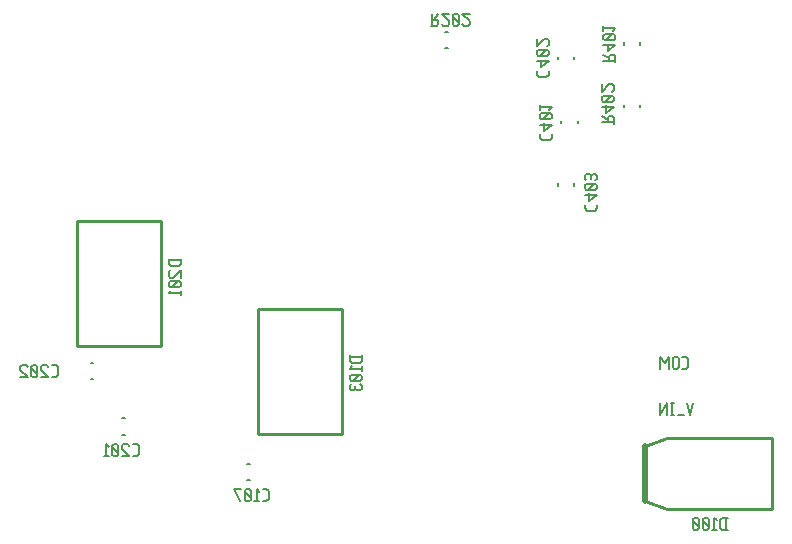
<source format=gbr>
G04 start of page 11 for group -4078 idx -4078 *
G04 Title: RspPiPS, bottomsilk *
G04 Creator: pcb 4.2.0 *
G04 CreationDate: Sun Jan 23 00:25:27 2022 UTC *
G04 For: debian *
G04 Format: Gerber/RS-274X *
G04 PCB-Dimensions (mil): 10000.00 10000.00 *
G04 PCB-Coordinate-Origin: lower left *
%MOIN*%
%FSLAX25Y25*%
%LNBOTTOMSILK*%
%ADD109C,0.0100*%
%ADD108C,0.0200*%
%ADD107C,0.0080*%
G54D107*X423100Y633400D02*X424400D01*
X425100Y634100D02*X424400Y633400D01*
X425100Y634100D02*Y636700D01*
X424400Y637400D01*
X423100D02*X424400D01*
X421900Y633900D02*Y636900D01*
X421400Y637400D01*
X420400D02*X421400D01*
X420400D02*X419900Y636900D01*
Y633900D02*Y636900D01*
X420400Y633400D02*X419900Y633900D01*
X420400Y633400D02*X421400D01*
X421900Y633900D02*X421400Y633400D01*
X418700D02*Y637400D01*
X417200Y635400D01*
X415700Y637400D01*
Y633400D02*Y637400D01*
X426700Y622000D02*X425700Y618000D01*
X424700Y622000D01*
X421500Y618000D02*X423500D01*
X419300Y622000D02*X420300D01*
X419800Y618000D02*Y622000D01*
X419300Y618000D02*X420300D01*
X418100D02*Y622000D01*
X415600Y618000D01*
Y622000D01*
X344064Y740245D02*X344850D01*
X344064Y745755D02*X344850D01*
G54D108*X410636Y589166D02*Y607566D01*
G54D109*X417836Y610166D01*
X453036D01*
Y586566D02*Y610166D01*
X417836Y586566D02*X453036D01*
X417836D02*X410636Y589166D01*
G54D107*X278107Y601755D02*X278893D01*
X278107Y596245D02*X278893D01*
X225827Y629799D02*X226613D01*
X225827Y635309D02*X226613D01*
X236387Y616802D02*X237173D01*
X236387Y611292D02*X237173D01*
G54D109*X249433Y682681D02*Y641081D01*
X221433D01*
Y682681D01*
X249433D01*
X309669Y653277D02*Y611677D01*
X281669D01*
Y653277D01*
X309669D01*
G54D107*X386993Y737263D02*Y736477D01*
X381483Y737263D02*Y736477D01*
X388174Y716003D02*Y715217D01*
X382664Y716003D02*Y715217D01*
X409054Y742125D02*Y741339D01*
X403544Y742125D02*Y741339D01*
X386993Y695137D02*Y694351D01*
X381483Y695137D02*Y694351D01*
X409054Y721259D02*Y720473D01*
X403544Y721259D02*Y720473D01*
X374488Y731420D02*Y732720D01*
X375188Y730720D02*X374488Y731420D01*
X375188Y730720D02*X377788D01*
X378488Y731420D01*
Y732720D01*
X375988Y733920D02*X378488Y735920D01*
X375988Y733920D02*Y736420D01*
X374488Y735920D02*X378488D01*
X374988Y737620D02*X374488Y738120D01*
X374988Y737620D02*X377988D01*
X378488Y738120D01*
Y739120D01*
X377988Y739620D01*
X374988D02*X377988D01*
X374488Y739120D02*X374988Y739620D01*
X374488Y738120D02*Y739120D01*
X375488Y737620D02*X377488Y739620D01*
X377988Y740820D02*X378488Y741320D01*
Y742820D01*
X377988Y743320D01*
X376988D02*X377988D01*
X374488Y740820D02*X376988Y743320D01*
X374488Y740820D02*Y743320D01*
X375569Y710260D02*Y711560D01*
X376269Y709560D02*X375569Y710260D01*
X376269Y709560D02*X378869D01*
X379569Y710260D01*
Y711560D01*
X377069Y712760D02*X379569Y714760D01*
X377069Y712760D02*Y715260D01*
X375569Y714760D02*X379569D01*
X376069Y716460D02*X375569Y716960D01*
X376069Y716460D02*X379069D01*
X379569Y716960D01*
Y717960D01*
X379069Y718460D01*
X376069D02*X379069D01*
X375569Y717960D02*X376069Y718460D01*
X375569Y716960D02*Y717960D01*
X376569Y716460D02*X378569Y718460D01*
X378769Y719660D02*X379569Y720460D01*
X375569D02*X379569D01*
X375569Y719660D02*Y721160D01*
X400649Y735482D02*Y737482D01*
X400149Y737982D01*
X399149D02*X400149D01*
X398649Y737482D02*X399149Y737982D01*
X398649Y735982D02*Y737482D01*
X396649Y735982D02*X400649D01*
X398649Y736782D02*X396649Y737982D01*
X398149Y739182D02*X400649Y741182D01*
X398149Y739182D02*Y741682D01*
X396649Y741182D02*X400649D01*
X397149Y742882D02*X396649Y743382D01*
X397149Y742882D02*X400149D01*
X400649Y743382D01*
Y744382D01*
X400149Y744882D01*
X397149D02*X400149D01*
X396649Y744382D02*X397149Y744882D01*
X396649Y743382D02*Y744382D01*
X397649Y742882D02*X399649Y744882D01*
X399849Y746082D02*X400649Y746882D01*
X396649D02*X400649D01*
X396649Y746082D02*Y747582D01*
X400249Y715016D02*Y717016D01*
X399749Y717516D01*
X398749D02*X399749D01*
X398249Y717016D02*X398749Y717516D01*
X398249Y715516D02*Y717016D01*
X396249Y715516D02*X400249D01*
X398249Y716316D02*X396249Y717516D01*
X397749Y718716D02*X400249Y720716D01*
X397749Y718716D02*Y721216D01*
X396249Y720716D02*X400249D01*
X396749Y722416D02*X396249Y722916D01*
X396749Y722416D02*X399749D01*
X400249Y722916D01*
Y723916D01*
X399749Y724416D01*
X396749D02*X399749D01*
X396249Y723916D02*X396749Y724416D01*
X396249Y722916D02*Y723916D01*
X397249Y722416D02*X399249Y724416D01*
X399749Y725616D02*X400249Y726116D01*
Y727616D01*
X399749Y728116D01*
X398749D02*X399749D01*
X396249Y725616D02*X398749Y728116D01*
X396249Y725616D02*Y728116D01*
X390588Y686794D02*Y688094D01*
X391288Y686094D02*X390588Y686794D01*
X391288Y686094D02*X393888D01*
X394588Y686794D01*
Y688094D01*
X392088Y689294D02*X394588Y691294D01*
X392088Y689294D02*Y691794D01*
X390588Y691294D02*X394588D01*
X391088Y692994D02*X390588Y693494D01*
X391088Y692994D02*X394088D01*
X394588Y693494D01*
Y694494D01*
X394088Y694994D01*
X391088D02*X394088D01*
X390588Y694494D02*X391088Y694994D01*
X390588Y693494D02*Y694494D01*
X391588Y692994D02*X393588Y694994D01*
X394088Y696194D02*X394588Y696694D01*
Y697694D01*
X394088Y698194D01*
X390588Y697694D02*X391088Y698194D01*
X390588Y696694D02*Y697694D01*
X391088Y696194D02*X390588Y696694D01*
X392788D02*Y697694D01*
X393288Y698194D02*X394088D01*
X391088D02*X392288D01*
X392788Y697694D01*
X393288Y698194D02*X392788Y697694D01*
X437736Y579666D02*Y583666D01*
X436436D02*X435736Y582966D01*
Y580366D02*Y582966D01*
X436436Y579666D02*X435736Y580366D01*
X436436Y579666D02*X438236D01*
X436436Y583666D02*X438236D01*
X434536Y582866D02*X433736Y583666D01*
Y579666D02*Y583666D01*
X433036Y579666D02*X434536D01*
X431836Y580166D02*X431336Y579666D01*
X431836Y580166D02*Y583166D01*
X431336Y583666D01*
X430336D02*X431336D01*
X430336D02*X429836Y583166D01*
Y580166D02*Y583166D01*
X430336Y579666D02*X429836Y580166D01*
X430336Y579666D02*X431336D01*
X431836Y580666D02*X429836Y582666D01*
X428636Y580166D02*X428136Y579666D01*
X428636Y580166D02*Y583166D01*
X428136Y583666D01*
X427136D02*X428136D01*
X427136D02*X426636Y583166D01*
Y580166D02*Y583166D01*
X427136Y579666D02*X426636Y580166D01*
X427136Y579666D02*X428136D01*
X428636Y580666D02*X426636Y582666D01*
X212930Y630596D02*X214230D01*
X214930Y631296D02*X214230Y630596D01*
X214930Y631296D02*Y633896D01*
X214230Y634596D01*
X212930D02*X214230D01*
X211730Y634096D02*X211230Y634596D01*
X209730D02*X211230D01*
X209730D02*X209230Y634096D01*
Y633096D02*Y634096D01*
X211730Y630596D02*X209230Y633096D01*
Y630596D02*X211730D01*
X208030Y631096D02*X207530Y630596D01*
X208030Y631096D02*Y634096D01*
X207530Y634596D01*
X206530D02*X207530D01*
X206530D02*X206030Y634096D01*
Y631096D02*Y634096D01*
X206530Y630596D02*X206030Y631096D01*
X206530Y630596D02*X207530D01*
X208030Y631596D02*X206030Y633596D01*
X204830Y634096D02*X204330Y634596D01*
X202830D02*X204330D01*
X202830D02*X202330Y634096D01*
Y633096D02*Y634096D01*
X204830Y630596D02*X202330Y633096D01*
Y630596D02*X204830D01*
X239930Y604197D02*X241230D01*
X241930Y604897D02*X241230Y604197D01*
X241930Y604897D02*Y607497D01*
X241230Y608197D01*
X239930D02*X241230D01*
X238730Y607697D02*X238230Y608197D01*
X236730D02*X238230D01*
X236730D02*X236230Y607697D01*
Y606697D02*Y607697D01*
X238730Y604197D02*X236230Y606697D01*
Y604197D02*X238730D01*
X235030Y604697D02*X234530Y604197D01*
X235030Y604697D02*Y607697D01*
X234530Y608197D01*
X233530D02*X234530D01*
X233530D02*X233030Y607697D01*
Y604697D02*Y607697D01*
X233530Y604197D02*X233030Y604697D01*
X233530Y604197D02*X234530D01*
X235030Y605197D02*X233030Y607197D01*
X231830Y607397D02*X231030Y608197D01*
Y604197D02*Y608197D01*
X230330Y604197D02*X231830D01*
X283150Y589150D02*X284450D01*
X285150Y589850D02*X284450Y589150D01*
X285150Y589850D02*Y592450D01*
X284450Y593150D01*
X283150D02*X284450D01*
X281950Y592350D02*X281150Y593150D01*
Y589150D02*Y593150D01*
X280450Y589150D02*X281950D01*
X279250Y589650D02*X278750Y589150D01*
X279250Y589650D02*Y592650D01*
X278750Y593150D01*
X277750D02*X278750D01*
X277750D02*X277250Y592650D01*
Y589650D02*Y592650D01*
X277750Y589150D02*X277250Y589650D01*
X277750Y589150D02*X278750D01*
X279250Y590150D02*X277250Y592150D01*
X275550Y589150D02*X273550Y593150D01*
X276050D01*
X312227Y637331D02*X316227D01*
X312227Y636031D02*X312927Y635331D01*
X315527D01*
X316227Y636031D02*X315527Y635331D01*
X316227Y636031D02*Y637831D01*
X312227Y636031D02*Y637831D01*
X313027Y634131D02*X312227Y633331D01*
X316227D01*
Y632631D02*Y634131D01*
X315727Y631431D02*X316227Y630931D01*
X312727Y631431D02*X315727D01*
X312727D02*X312227Y630931D01*
Y629931D02*Y630931D01*
Y629931D02*X312727Y629431D01*
X315727D01*
X316227Y629931D02*X315727Y629431D01*
X316227Y629931D02*Y630931D01*
X315227Y631431D02*X313227Y629431D01*
X312727Y628231D02*X312227Y627731D01*
Y626731D02*Y627731D01*
Y626731D02*X312727Y626231D01*
X316227Y626731D02*X315727Y626231D01*
X316227Y626731D02*Y627731D01*
X315727Y628231D02*X316227Y627731D01*
X314027Y626731D02*Y627731D01*
X312727Y626231D02*X313527D01*
X314527D02*X315727D01*
X314527D02*X314027Y626731D01*
X313527Y626231D02*X314027Y626731D01*
X251931Y669467D02*X255931D01*
X251931Y668167D02*X252631Y667467D01*
X255231D01*
X255931Y668167D02*X255231Y667467D01*
X255931Y668167D02*Y669967D01*
X251931Y668167D02*Y669967D01*
X252431Y666267D02*X251931Y665767D01*
Y664267D02*Y665767D01*
Y664267D02*X252431Y663767D01*
X253431D01*
X255931Y666267D02*X253431Y663767D01*
X255931D02*Y666267D01*
X255431Y662567D02*X255931Y662067D01*
X252431Y662567D02*X255431D01*
X252431D02*X251931Y662067D01*
Y661067D02*Y662067D01*
Y661067D02*X252431Y660567D01*
X255431D01*
X255931Y661067D02*X255431Y660567D01*
X255931Y661067D02*Y662067D01*
X254931Y662567D02*X252931Y660567D01*
X252731Y659367D02*X251931Y658567D01*
X255931D01*
Y657867D02*Y659367D01*
X339150Y747750D02*X341150D01*
X341650Y748250D01*
Y749250D01*
X341150Y749750D02*X341650Y749250D01*
X339650Y749750D02*X341150D01*
X339650Y747750D02*Y751750D01*
X340450Y749750D02*X341650Y751750D01*
X342850Y748250D02*X343350Y747750D01*
X344850D01*
X345350Y748250D01*
Y749250D01*
X342850Y751750D02*X345350Y749250D01*
X342850Y751750D02*X345350D01*
X346550Y751250D02*X347050Y751750D01*
X346550Y748250D02*Y751250D01*
Y748250D02*X347050Y747750D01*
X348050D01*
X348550Y748250D01*
Y751250D01*
X348050Y751750D02*X348550Y751250D01*
X347050Y751750D02*X348050D01*
X346550Y750750D02*X348550Y748750D01*
X349750Y748250D02*X350250Y747750D01*
X351750D01*
X352250Y748250D01*
Y749250D01*
X349750Y751750D02*X352250Y749250D01*
X349750Y751750D02*X352250D01*
M02*

</source>
